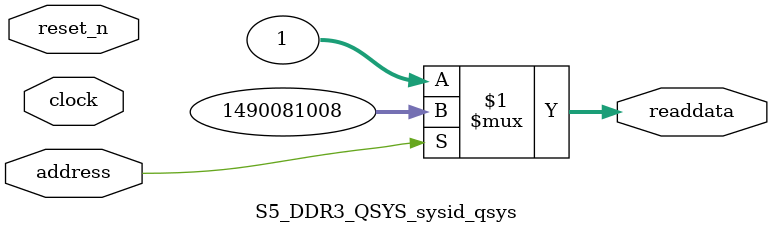
<source format=v>



// synthesis translate_off
`timescale 1ns / 1ps
// synthesis translate_on

// turn off superfluous verilog processor warnings 
// altera message_level Level1 
// altera message_off 10034 10035 10036 10037 10230 10240 10030 

module S5_DDR3_QSYS_sysid_qsys (
               // inputs:
                address,
                clock,
                reset_n,

               // outputs:
                readdata
             )
;

  output  [ 31: 0] readdata;
  input            address;
  input            clock;
  input            reset_n;

  wire    [ 31: 0] readdata;
  //control_slave, which is an e_avalon_slave
  assign readdata = address ? 1490081008 : 1;

endmodule



</source>
